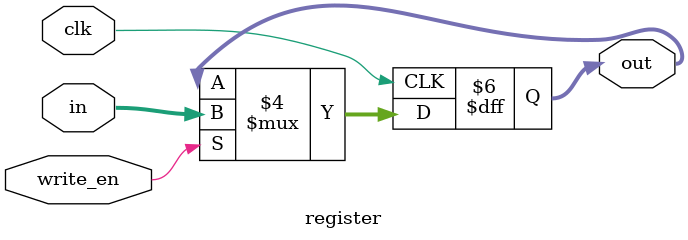
<source format=v>
module register(out, in, clk, write_en);
output reg [31:0] out;
input [31:0] in;
input clk, write_en;

always @(posedge clk) begin
	if(write_en == 1'b1) 
		out = in;
	else 
		out = out;
end
endmodule

</source>
